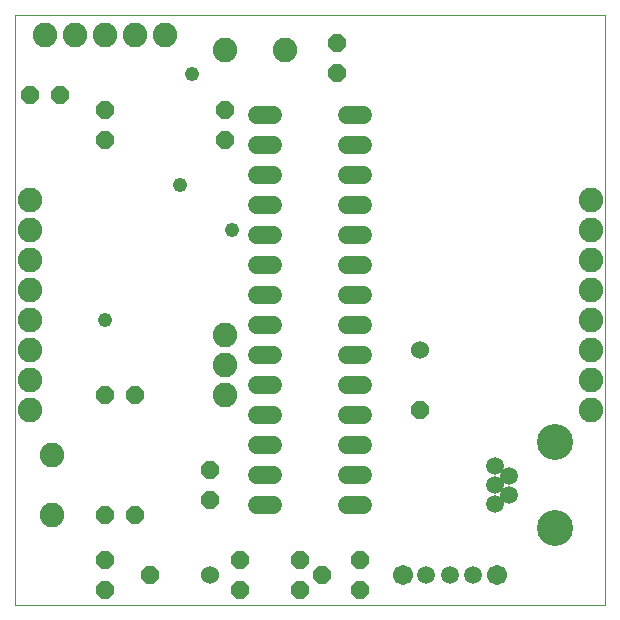
<source format=gts>
G75*
%MOIN*%
%OFA0B0*%
%FSLAX25Y25*%
%IPPOS*%
%LPD*%
%AMOC8*
5,1,8,0,0,1.08239X$1,22.5*
%
%ADD10C,0.00000*%
%ADD11C,0.08200*%
%ADD12OC8,0.06000*%
%ADD13C,0.06000*%
%ADD14C,0.05950*%
%ADD15C,0.12020*%
%ADD16C,0.06000*%
%ADD17C,0.06737*%
%ADD18C,0.04762*%
D10*
X0004919Y0007548D02*
X0004919Y0204398D01*
X0201769Y0204398D01*
X0201769Y0007548D01*
X0004919Y0007548D01*
D11*
X0017419Y0037548D03*
X0017419Y0057548D03*
X0009919Y0072548D03*
X0009919Y0082548D03*
X0009919Y0092548D03*
X0009919Y0102548D03*
X0009919Y0112548D03*
X0009919Y0122548D03*
X0009919Y0132548D03*
X0009919Y0142548D03*
X0014919Y0197548D03*
X0024919Y0197548D03*
X0034919Y0197548D03*
X0044919Y0197548D03*
X0054919Y0197548D03*
X0074919Y0192548D03*
X0094919Y0192548D03*
X0074919Y0097548D03*
X0074919Y0087548D03*
X0074919Y0077548D03*
X0196919Y0072548D03*
X0196919Y0082548D03*
X0196919Y0092548D03*
X0196919Y0102548D03*
X0196919Y0112548D03*
X0196919Y0122548D03*
X0196919Y0132548D03*
X0196919Y0142548D03*
D12*
X0139919Y0072548D03*
X0119919Y0022548D03*
X0119919Y0012548D03*
X0107419Y0017548D03*
X0099919Y0012548D03*
X0099919Y0022548D03*
X0079919Y0022548D03*
X0079919Y0012548D03*
X0069919Y0042548D03*
X0069919Y0052548D03*
X0044919Y0037548D03*
X0034919Y0037548D03*
X0034919Y0022548D03*
X0034919Y0012548D03*
X0049919Y0017548D03*
X0044919Y0077548D03*
X0034919Y0077548D03*
X0034919Y0162548D03*
X0034919Y0172548D03*
X0019919Y0177548D03*
X0009919Y0177548D03*
X0074919Y0172548D03*
X0074919Y0162548D03*
X0112419Y0185048D03*
X0112419Y0195048D03*
D13*
X0139919Y0092548D03*
X0069919Y0017548D03*
D14*
X0142045Y0017548D03*
X0149919Y0017548D03*
X0157793Y0017548D03*
X0164840Y0041249D03*
X0169565Y0044398D03*
X0164840Y0047548D03*
X0169565Y0050698D03*
X0164840Y0053847D03*
D15*
X0184919Y0061918D03*
X0184919Y0033178D03*
D16*
X0120944Y0040973D02*
X0115744Y0040973D01*
X0115744Y0050973D02*
X0120944Y0050973D01*
X0120944Y0060973D02*
X0115744Y0060973D01*
X0115744Y0070973D02*
X0120944Y0070973D01*
X0120944Y0080973D02*
X0115744Y0080973D01*
X0115744Y0090973D02*
X0120944Y0090973D01*
X0120944Y0100973D02*
X0115744Y0100973D01*
X0115744Y0110973D02*
X0120944Y0110973D01*
X0120944Y0120973D02*
X0115744Y0120973D01*
X0115744Y0130973D02*
X0120944Y0130973D01*
X0120944Y0140973D02*
X0115744Y0140973D01*
X0115744Y0150973D02*
X0120944Y0150973D01*
X0120944Y0160973D02*
X0115744Y0160973D01*
X0115744Y0170973D02*
X0120944Y0170973D01*
X0090944Y0170973D02*
X0085744Y0170973D01*
X0085744Y0160973D02*
X0090944Y0160973D01*
X0090944Y0150973D02*
X0085744Y0150973D01*
X0085744Y0140973D02*
X0090944Y0140973D01*
X0090944Y0130973D02*
X0085744Y0130973D01*
X0085744Y0120973D02*
X0090944Y0120973D01*
X0090944Y0110973D02*
X0085744Y0110973D01*
X0085744Y0100973D02*
X0090944Y0100973D01*
X0090944Y0090973D02*
X0085744Y0090973D01*
X0085744Y0080973D02*
X0090944Y0080973D01*
X0090944Y0070973D02*
X0085744Y0070973D01*
X0085744Y0060973D02*
X0090944Y0060973D01*
X0090944Y0050973D02*
X0085744Y0050973D01*
X0085744Y0040973D02*
X0090944Y0040973D01*
D17*
X0134171Y0017548D03*
X0165667Y0017548D03*
D18*
X0077419Y0132548D03*
X0059919Y0147548D03*
X0063974Y0184713D03*
X0034919Y0102548D03*
M02*

</source>
